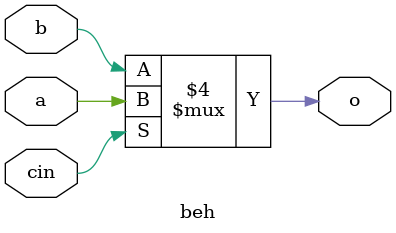
<source format=v>
`timescale 1ns / 1ps

//design 2 to 1 mux using behaviour description
module beh(
    input a,
    input b,
    input cin,
    output reg o
    );

	 always@(*)
	 begin
		if (cin==1) o<=a;
		else o<=b;
	 end

endmodule

</source>
